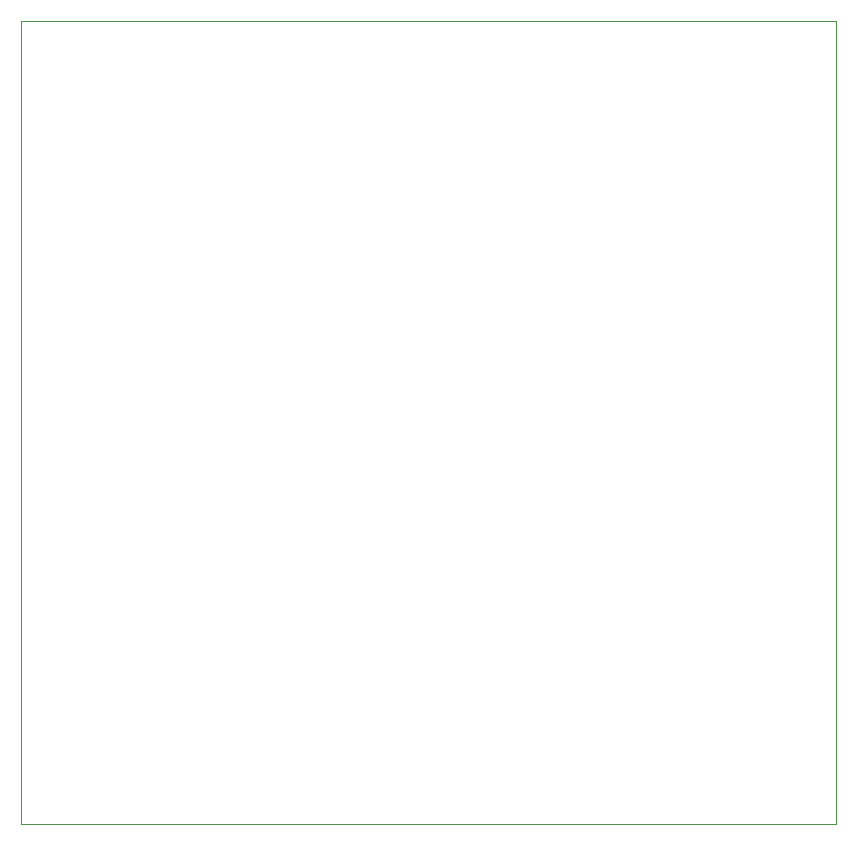
<source format=gbr>
%TF.GenerationSoftware,Novarm,DipTrace,3.3.1.3*%
%TF.CreationDate,2020-07-03T15:37:58+00:00*%
%FSLAX35Y35*%
%MOMM*%
%TF.FileFunction,Drawing,Top*%
%TF.Part,Single*%
%ADD21C,0.03333*%
G75*
G01*
%LPD*%
X200000Y7000000D2*
D21*
X7100000D1*
Y200000D1*
X200000D1*
Y7000000D1*
M02*

</source>
